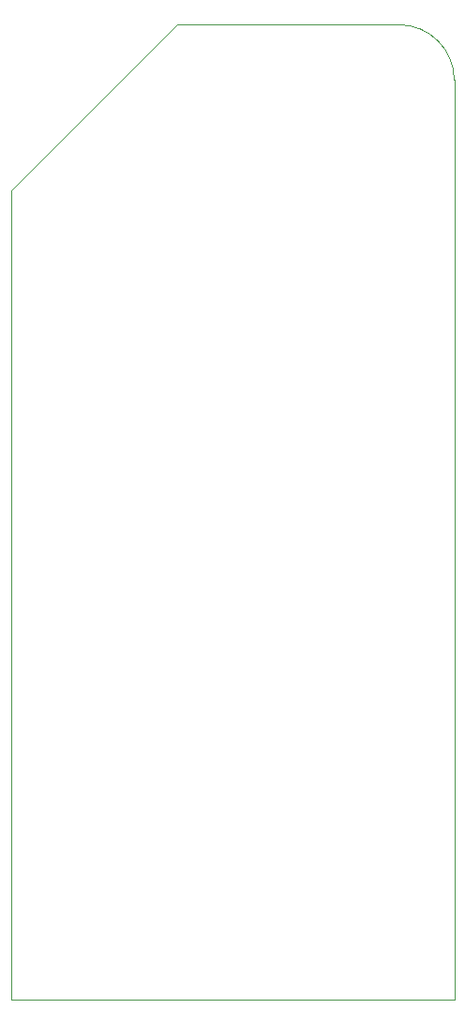
<source format=gbr>
G04 #@! TF.GenerationSoftware,KiCad,Pcbnew,(6.0.1-0)*
G04 #@! TF.CreationDate,2022-04-24T19:17:24-04:00*
G04 #@! TF.ProjectId,mobo,6d6f626f-2e6b-4696-9361-645f70636258,rev?*
G04 #@! TF.SameCoordinates,Original*
G04 #@! TF.FileFunction,Profile,NP*
%FSLAX46Y46*%
G04 Gerber Fmt 4.6, Leading zero omitted, Abs format (unit mm)*
G04 Created by KiCad (PCBNEW (6.0.1-0)) date 2022-04-24 19:17:24*
%MOMM*%
%LPD*%
G01*
G04 APERTURE LIST*
G04 #@! TA.AperFunction,Profile*
%ADD10C,0.050000*%
G04 #@! TD*
G04 APERTURE END LIST*
D10*
X0Y43000000D02*
G75*
G03*
X-5000000Y48000000I-5000000J0D01*
G01*
X-40000000Y33000000D02*
X-40000000Y-40000000D01*
X0Y-40000000D02*
X0Y33000000D01*
X-40000000Y-40000000D02*
X0Y-40000000D01*
X-5000000Y48000000D02*
X-25000000Y48000000D01*
X0Y33000000D02*
X0Y43000000D01*
X-40000000Y33000000D02*
X-25000000Y48000000D01*
M02*

</source>
